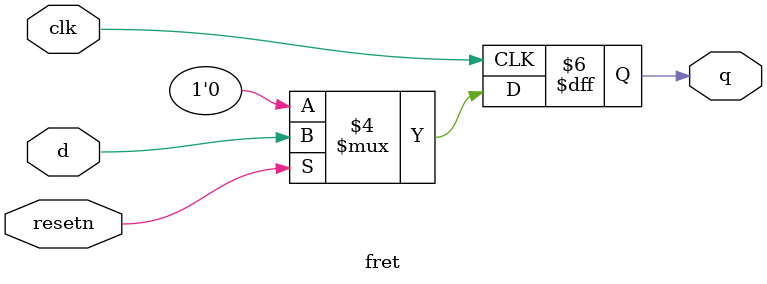
<source format=v>
module top_module (
    input clk,
    input resetn,   // synchronous reset
    input in,
    output out);
    wire q1,q2,q3;

    fret a1(clk,resetn,in,q1);
    fret a2(clk,resetn,q1,q2);
    fret a3(clk,resetn,q2,q3);
    fret a4(clk,resetn,q3,out);
    

endmodule
module fret(input clk,input resetn, input d,output reg q);
    always @(posedge clk) begin
        if(~resetn)
           q  <= 0;
         else 
        	q <= d;
    end
endmodule

</source>
